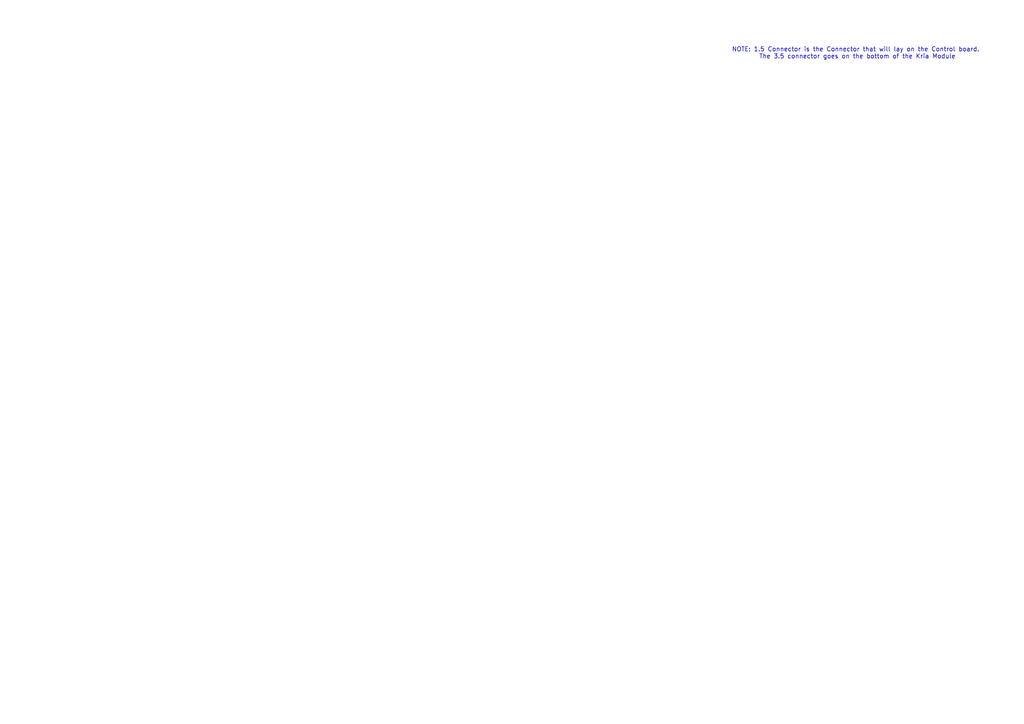
<source format=kicad_sch>
(kicad_sch
	(version 20231120)
	(generator "eeschema")
	(generator_version "8.0")
	(uuid "dc689dc0-4a58-49a2-ac6b-584c2332c147")
	(paper "A4")
	(title_block
		(title "SOM240_1")
	)
	(lib_symbols)
	(text "NOTE: 1.5 Connector is the Connector that will lay on the Control board. \nThe 3.5 connector goes on the bottom of the Kria Module"
		(exclude_from_sim no)
		(at 248.666 15.494 0)
		(effects
			(font
				(size 1.27 1.27)
			)
		)
		(uuid "439b887f-244e-4f36-a68f-8283638afd91")
	)
)

</source>
